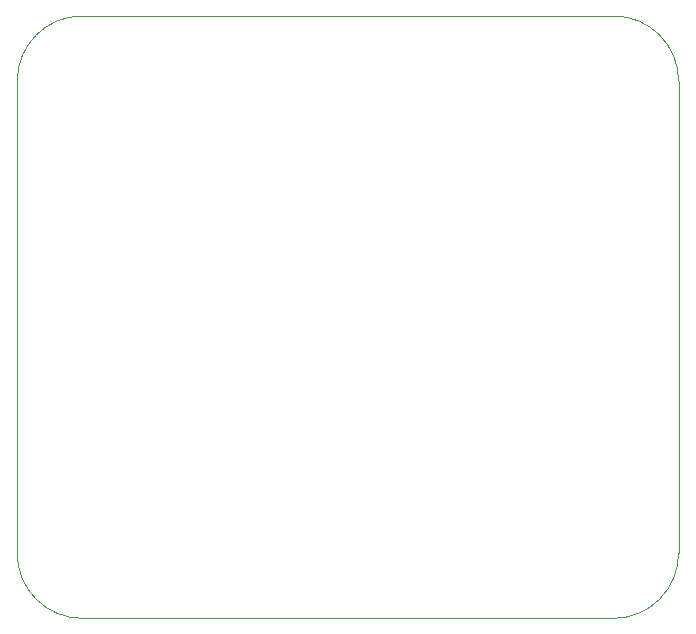
<source format=gbr>
%TF.GenerationSoftware,KiCad,Pcbnew,7.0.5*%
%TF.CreationDate,2023-06-12T20:17:58-07:00*%
%TF.ProjectId,kicad_tutorial,6b696361-645f-4747-9574-6f7269616c2e,rev?*%
%TF.SameCoordinates,Original*%
%TF.FileFunction,Profile,NP*%
%FSLAX46Y46*%
G04 Gerber Fmt 4.6, Leading zero omitted, Abs format (unit mm)*
G04 Created by KiCad (PCBNEW 7.0.5) date 2023-06-12 20:17:58*
%MOMM*%
%LPD*%
G01*
G04 APERTURE LIST*
%TA.AperFunction,Profile*%
%ADD10C,0.100000*%
%TD*%
G04 APERTURE END LIST*
D10*
X120250000Y-119500000D02*
X120250000Y-79500000D01*
X125750000Y-74000000D02*
G75*
G03*
X120250000Y-79500000I0J-5500000D01*
G01*
X170750000Y-125000000D02*
G75*
G03*
X176250000Y-119500000I0J5500000D01*
G01*
X170750000Y-125000000D02*
X125750000Y-125000000D01*
X176250000Y-79500000D02*
X176250000Y-119500000D01*
X125750000Y-74000000D02*
X170750000Y-74000000D01*
X120250000Y-119500000D02*
G75*
G03*
X125750000Y-125000000I5500000J0D01*
G01*
X176250000Y-79500000D02*
G75*
G03*
X170750000Y-74000000I-5500000J0D01*
G01*
M02*

</source>
